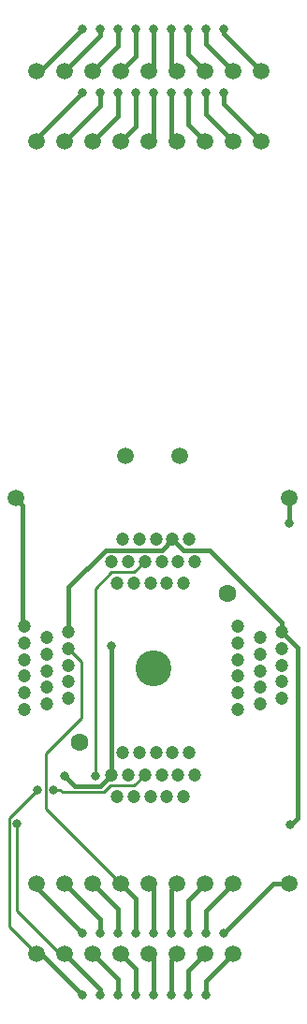
<source format=gbr>
G04 #@! TF.GenerationSoftware,KiCad,Pcbnew,5.0.2-bee76a0~70~ubuntu18.04.1*
G04 #@! TF.CreationDate,2019-05-09T10:06:34+02:00*
G04 #@! TF.ProjectId,stm32f205,73746d33-3266-4323-9035-2e6b69636164,rev?*
G04 #@! TF.SameCoordinates,Original*
G04 #@! TF.FileFunction,Copper,L1,Top*
G04 #@! TF.FilePolarity,Positive*
%FSLAX46Y46*%
G04 Gerber Fmt 4.6, Leading zero omitted, Abs format (unit mm)*
G04 Created by KiCad (PCBNEW 5.0.2-bee76a0~70~ubuntu18.04.1) date jeu. 09 mai 2019 10:06:34 CEST*
%MOMM*%
%LPD*%
G01*
G04 APERTURE LIST*
G04 #@! TA.AperFunction,ComponentPad*
%ADD10C,1.500000*%
G04 #@! TD*
G04 #@! TA.AperFunction,ComponentPad*
%ADD11C,1.200000*%
G04 #@! TD*
G04 #@! TA.AperFunction,ComponentPad*
%ADD12C,3.250000*%
G04 #@! TD*
G04 #@! TA.AperFunction,ComponentPad*
%ADD13C,1.600000*%
G04 #@! TD*
G04 #@! TA.AperFunction,BGAPad,CuDef*
%ADD14C,1.500000*%
G04 #@! TD*
G04 #@! TA.AperFunction,ViaPad*
%ADD15C,0.800000*%
G04 #@! TD*
G04 #@! TA.AperFunction,Conductor*
%ADD16C,0.400000*%
G04 #@! TD*
G04 #@! TA.AperFunction,Conductor*
%ADD17C,0.250000*%
G04 #@! TD*
G04 APERTURE END LIST*
D10*
G04 #@! TO.P,Y1,1*
G04 #@! TO.N,Net-(C2-Pad2)*
X109676018Y-98836028D03*
G04 #@! TO.P,Y1,2*
G04 #@! TO.N,Net-(C3-Pad2)*
X114576018Y-98836028D03*
G04 #@! TD*
D11*
G04 #@! TO.P,U1,16*
G04 #@! TO.N,Net-(U1-Pad16)*
X115901017Y-108361027D03*
G04 #@! TO.P,U1,15*
G04 #@! TO.N,Net-(U1-Pad15)*
X115401017Y-106361027D03*
G04 #@! TO.P,U1,14*
G04 #@! TO.N,Net-(U1-Pad14)*
X114901017Y-110361027D03*
G04 #@! TO.P,U1,11*
G04 #@! TO.N,Net-(U1-Pad11)*
X113401017Y-110361027D03*
G04 #@! TO.P,U1,12*
G04 #@! TO.N,GNDA*
X113901017Y-106361027D03*
G04 #@! TO.P,U1,13*
G04 #@! TO.N,+3V3*
X114401017Y-108361027D03*
G04 #@! TO.P,U1,8*
G04 #@! TO.N,/D3_MCU_PC0*
X111901017Y-110361027D03*
G04 #@! TO.P,U1,10*
G04 #@! TO.N,Net-(U1-Pad10)*
X112901017Y-108361027D03*
G04 #@! TO.P,U1,9*
G04 #@! TO.N,Net-(U1-Pad9)*
X112401017Y-106361027D03*
G04 #@! TO.P,U1,7*
G04 #@! TO.N,/D2_NRST*
X111401017Y-108361027D03*
G04 #@! TO.P,U1,6*
G04 #@! TO.N,Net-(C3-Pad2)*
X110901017Y-106361027D03*
G04 #@! TO.P,U1,5*
G04 #@! TO.N,Net-(C2-Pad2)*
X110401017Y-110361027D03*
G04 #@! TO.P,U1,2*
G04 #@! TO.N,Net-(U1-Pad2)*
X108901017Y-110361027D03*
G04 #@! TO.P,U1,3*
G04 #@! TO.N,Net-(U1-Pad3)*
X109401017Y-106361027D03*
G04 #@! TO.P,U1,4*
G04 #@! TO.N,Net-(U1-Pad4)*
X109901017Y-108361027D03*
G04 #@! TO.P,U1,1*
G04 #@! TO.N,Net-(U1-Pad1)*
X108401017Y-108361027D03*
G04 #@! TO.P,U1,44*
G04 #@! TO.N,Net-(U1-Pad44)*
X110401017Y-129661027D03*
G04 #@! TO.P,U1,38*
G04 #@! TO.N,Net-(U1-Pad38)*
X113401017Y-129661027D03*
G04 #@! TO.P,U1,36*
G04 #@! TO.N,Net-(U1-Pad36)*
X114401017Y-127661027D03*
G04 #@! TO.P,U1,35*
G04 #@! TO.N,Net-(U1-Pad35)*
X114901017Y-129661027D03*
G04 #@! TO.P,U1,43*
G04 #@! TO.N,/D0_MCU_RX*
X110901017Y-125661027D03*
G04 #@! TO.P,U1,42*
G04 #@! TO.N,/D1_MCU_TX*
X111401017Y-127661027D03*
G04 #@! TO.P,U1,34*
G04 #@! TO.N,Net-(U1-Pad34)*
X115401017Y-125661027D03*
G04 #@! TO.P,U1,47*
G04 #@! TO.N,Net-(U1-Pad47)*
X108901017Y-129661027D03*
G04 #@! TO.P,U1,37*
G04 #@! TO.N,Net-(U1-Pad37)*
X113901017Y-125661027D03*
G04 #@! TO.P,U1,39*
G04 #@! TO.N,Net-(U1-Pad39)*
X112901017Y-127661027D03*
G04 #@! TO.P,U1,40*
G04 #@! TO.N,Net-(U1-Pad40)*
X112401017Y-125661027D03*
G04 #@! TO.P,U1,46*
G04 #@! TO.N,Net-(U1-Pad46)*
X109401017Y-125661027D03*
G04 #@! TO.P,U1,48*
G04 #@! TO.N,+3V3*
X108401017Y-127661027D03*
G04 #@! TO.P,U1,33*
G04 #@! TO.N,Net-(U1-Pad33)*
X115901017Y-127661027D03*
G04 #@! TO.P,U1,41*
G04 #@! TO.N,Net-(U1-Pad41)*
X111901017Y-129661027D03*
G04 #@! TO.P,U1,45*
G04 #@! TO.N,Net-(U1-Pad45)*
X109901017Y-127661027D03*
G04 #@! TO.P,U1,17*
G04 #@! TO.N,Net-(U1-Pad17)*
X119801017Y-114261027D03*
G04 #@! TO.P,U1,20*
G04 #@! TO.N,Net-(U1-Pad20)*
X119801017Y-115761027D03*
G04 #@! TO.P,U1,23*
G04 #@! TO.N,Net-(U1-Pad23)*
X119801017Y-117261027D03*
G04 #@! TO.P,U1,26*
G04 #@! TO.N,Net-(U1-Pad26)*
X119801017Y-118761027D03*
G04 #@! TO.P,U1,29*
G04 #@! TO.N,Net-(U1-Pad29)*
X119801017Y-120261027D03*
G04 #@! TO.P,U1,32*
G04 #@! TO.N,+3V3*
X119801017Y-121761027D03*
G04 #@! TO.P,U1,28*
G04 #@! TO.N,/D7_BOOT1*
X121801017Y-119761027D03*
G04 #@! TO.P,U1,19*
G04 #@! TO.N,+3V3*
X121801017Y-115261027D03*
G04 #@! TO.P,U1,25*
G04 #@! TO.N,Net-(U1-Pad25)*
X121801017Y-118261027D03*
G04 #@! TO.P,U1,22*
G04 #@! TO.N,Net-(U1-Pad22)*
X121801017Y-116761027D03*
G04 #@! TO.P,U1,31*
G04 #@! TO.N,Net-(U1-Pad31)*
X121801017Y-121261027D03*
G04 #@! TO.P,U1,18*
G04 #@! TO.N,GNDA*
X123801017Y-114761027D03*
G04 #@! TO.P,U1,24*
G04 #@! TO.N,Net-(U1-Pad24)*
X123801017Y-117761027D03*
G04 #@! TO.P,U1,21*
G04 #@! TO.N,Net-(U1-Pad21)*
X123801017Y-116261027D03*
G04 #@! TO.P,U1,30*
G04 #@! TO.N,Net-(U1-Pad30)*
X123801017Y-120761027D03*
G04 #@! TO.P,U1,27*
G04 #@! TO.N,Net-(U1-Pad27)*
X123801017Y-119261027D03*
G04 #@! TO.P,U1,55*
G04 #@! TO.N,Net-(U1-Pad55)*
X100501017Y-118761027D03*
G04 #@! TO.P,U1,60*
G04 #@! TO.N,/D6_BOOT0*
X104501017Y-116261027D03*
G04 #@! TO.P,U1,51*
G04 #@! TO.N,Net-(U1-Pad51)*
X104501017Y-120761027D03*
G04 #@! TO.P,U1,54*
G04 #@! TO.N,Net-(U1-Pad54)*
X104501017Y-119261027D03*
G04 #@! TO.P,U1,49*
G04 #@! TO.N,Net-(U1-Pad49)*
X100501017Y-121761027D03*
G04 #@! TO.P,U1,64*
G04 #@! TO.N,+3V3*
X100501017Y-114261027D03*
G04 #@! TO.P,U1,58*
G04 #@! TO.N,Net-(U1-Pad58)*
X100501017Y-117261027D03*
G04 #@! TO.P,U1,61*
G04 #@! TO.N,Net-(U1-Pad61)*
X100501017Y-115761027D03*
G04 #@! TO.P,U1,63*
G04 #@! TO.N,GNDA*
X104501017Y-114761027D03*
G04 #@! TO.P,U1,57*
G04 #@! TO.N,Net-(U1-Pad57)*
X104501017Y-117761027D03*
G04 #@! TO.P,U1,62*
G04 #@! TO.N,Net-(U1-Pad62)*
X102501017Y-115261027D03*
G04 #@! TO.P,U1,56*
G04 #@! TO.N,Net-(U1-Pad56)*
X102501017Y-118261027D03*
G04 #@! TO.P,U1,59*
G04 #@! TO.N,Net-(U1-Pad59)*
X102501017Y-116761027D03*
G04 #@! TO.P,U1,50*
G04 #@! TO.N,Net-(U1-Pad50)*
X102501017Y-121261027D03*
G04 #@! TO.P,U1,52*
G04 #@! TO.N,Net-(U1-Pad52)*
X100501017Y-120261027D03*
G04 #@! TO.P,U1,53*
G04 #@! TO.N,Net-(U1-Pad53)*
X102501017Y-119761027D03*
D12*
G04 #@! TO.P,U1,~*
G04 #@! TO.N,N/C*
X112151017Y-118011027D03*
D13*
X105451017Y-124711027D03*
X118851017Y-111311027D03*
G04 #@! TD*
D14*
G04 #@! TO.P,TP38,1*
G04 #@! TO.N,Net-(P2-Pad19)*
X111760000Y-70358000D03*
G04 #@! TD*
G04 #@! TO.P,TP50,1*
G04 #@! TO.N,Net-(P2-Pad32)*
X104140000Y-64008000D03*
G04 #@! TD*
G04 #@! TO.P,TP49,1*
G04 #@! TO.N,Net-(P2-Pad28)*
X106680000Y-64008000D03*
G04 #@! TD*
G04 #@! TO.P,TP48,1*
G04 #@! TO.N,Net-(P2-Pad24)*
X109220000Y-64008000D03*
G04 #@! TD*
G04 #@! TO.P,TP47,1*
G04 #@! TO.N,Net-(P2-Pad20)*
X111760000Y-64008000D03*
G04 #@! TD*
G04 #@! TO.P,TP46,1*
G04 #@! TO.N,Net-(P2-Pad16)*
X114300000Y-64008000D03*
G04 #@! TD*
G04 #@! TO.P,TP45,1*
G04 #@! TO.N,Net-(P2-Pad12)*
X116840000Y-64008000D03*
G04 #@! TD*
G04 #@! TO.P,TP44,1*
G04 #@! TO.N,Net-(P2-Pad8)*
X119380000Y-64008000D03*
G04 #@! TD*
G04 #@! TO.P,TP43,1*
G04 #@! TO.N,Net-(P2-Pad4)*
X121920000Y-64008000D03*
G04 #@! TD*
G04 #@! TO.P,TP42,1*
G04 #@! TO.N,Net-(P2-Pad35)*
X101600000Y-70358000D03*
G04 #@! TD*
G04 #@! TO.P,TP41,1*
G04 #@! TO.N,Net-(P2-Pad31)*
X104140000Y-70358000D03*
G04 #@! TD*
G04 #@! TO.P,TP40,1*
G04 #@! TO.N,Net-(P2-Pad27)*
X106680000Y-70358000D03*
G04 #@! TD*
G04 #@! TO.P,TP39,1*
G04 #@! TO.N,Net-(P2-Pad23)*
X109220000Y-70358000D03*
G04 #@! TD*
G04 #@! TO.P,TP37,1*
G04 #@! TO.N,Net-(P2-Pad15)*
X114300000Y-70358000D03*
G04 #@! TD*
G04 #@! TO.P,TP36,1*
G04 #@! TO.N,Net-(P2-Pad11)*
X116840000Y-70358000D03*
G04 #@! TD*
G04 #@! TO.P,TP35,1*
G04 #@! TO.N,Net-(P2-Pad7)*
X119380000Y-70358000D03*
G04 #@! TD*
G04 #@! TO.P,TP34,1*
G04 #@! TO.N,Net-(P2-Pad3)*
X121920000Y-70358000D03*
G04 #@! TD*
G04 #@! TO.P,TP51,1*
G04 #@! TO.N,Net-(P2-Pad36)*
X101600000Y-64008000D03*
G04 #@! TD*
G04 #@! TO.P,TP26,1*
G04 #@! TO.N,+3V3*
X99706017Y-102651027D03*
G04 #@! TD*
G04 #@! TO.P,TP18,1*
G04 #@! TO.N,GNDA*
X124460000Y-102651027D03*
G04 #@! TD*
G04 #@! TO.P,TP17,1*
G04 #@! TO.N,/D0_MCU_RX*
X101600000Y-137541000D03*
G04 #@! TD*
G04 #@! TO.P,TP16,1*
G04 #@! TO.N,/D2_NRST*
X104140000Y-137541000D03*
G04 #@! TD*
G04 #@! TO.P,TP15,1*
G04 #@! TO.N,Net-(P1-Pad28)*
X106680000Y-137541000D03*
G04 #@! TD*
G04 #@! TO.P,TP14,1*
G04 #@! TO.N,/D6_BOOT0*
X109220000Y-137541000D03*
G04 #@! TD*
G04 #@! TO.P,TP13,1*
G04 #@! TO.N,Net-(P1-Pad20)*
X111760000Y-137541000D03*
G04 #@! TD*
G04 #@! TO.P,TP12,1*
G04 #@! TO.N,Net-(P1-Pad16)*
X114300000Y-137541000D03*
G04 #@! TD*
G04 #@! TO.P,TP11,1*
G04 #@! TO.N,Net-(P1-Pad12)*
X116840000Y-137541000D03*
G04 #@! TD*
G04 #@! TO.P,TP10,1*
G04 #@! TO.N,Net-(P1-Pad8)*
X119380000Y-137541000D03*
G04 #@! TD*
G04 #@! TO.P,TP9,1*
G04 #@! TO.N,/D1_MCU_TX*
X101600000Y-143891000D03*
G04 #@! TD*
G04 #@! TO.P,TP8,1*
G04 #@! TO.N,/D3_MCU_PC0*
X104140000Y-143891000D03*
G04 #@! TD*
G04 #@! TO.P,TP7,1*
G04 #@! TO.N,Net-(P1-Pad27)*
X106680000Y-143891000D03*
G04 #@! TD*
G04 #@! TO.P,TP6,1*
G04 #@! TO.N,/D7_BOOT1*
X109220000Y-143891000D03*
G04 #@! TD*
G04 #@! TO.P,TP5,1*
G04 #@! TO.N,Net-(P1-Pad19)*
X111760000Y-143891000D03*
G04 #@! TD*
G04 #@! TO.P,TP4,1*
G04 #@! TO.N,Net-(P1-Pad15)*
X114300000Y-143891000D03*
G04 #@! TD*
G04 #@! TO.P,TP3,1*
G04 #@! TO.N,Net-(P1-Pad11)*
X116840000Y-143891000D03*
G04 #@! TD*
G04 #@! TO.P,TP2,1*
G04 #@! TO.N,Net-(P1-Pad7)*
X119380000Y-143891000D03*
G04 #@! TD*
G04 #@! TO.P,TP1,1*
G04 #@! TO.N,Net-(P1-Pad4)*
X124460000Y-137541000D03*
G04 #@! TD*
D15*
G04 #@! TO.N,GNDA*
X124551017Y-132211027D03*
X124451017Y-104911027D03*
G04 #@! TO.N,Net-(P1-Pad7)*
X116951017Y-147611027D03*
G04 #@! TO.N,Net-(P1-Pad19)*
X112151017Y-147611027D03*
G04 #@! TO.N,Net-(P1-Pad11)*
X115351017Y-147611027D03*
G04 #@! TO.N,Net-(P1-Pad15)*
X113751017Y-147611027D03*
G04 #@! TO.N,Net-(P1-Pad27)*
X108951017Y-147611027D03*
G04 #@! TO.N,Net-(P1-Pad28)*
X108951017Y-142011027D03*
G04 #@! TO.N,Net-(P1-Pad8)*
X116951017Y-142011027D03*
G04 #@! TO.N,Net-(P1-Pad4)*
X118551017Y-142011027D03*
G04 #@! TO.N,Net-(P1-Pad16)*
X113751017Y-142011027D03*
G04 #@! TO.N,Net-(P1-Pad12)*
X115351017Y-142011027D03*
G04 #@! TO.N,Net-(P1-Pad20)*
X112151017Y-142011027D03*
G04 #@! TO.N,+3V3*
X104151017Y-127761027D03*
X108401035Y-116011027D03*
G04 #@! TO.N,Net-(P2-Pad36)*
X105751017Y-60211027D03*
G04 #@! TO.N,Net-(P2-Pad32)*
X107351017Y-60211027D03*
G04 #@! TO.N,Net-(P2-Pad35)*
X105751017Y-66011027D03*
G04 #@! TO.N,Net-(P2-Pad31)*
X107351017Y-66011027D03*
G04 #@! TO.N,Net-(P2-Pad20)*
X112151017Y-60211027D03*
G04 #@! TO.N,Net-(P2-Pad24)*
X110551017Y-60211027D03*
G04 #@! TO.N,Net-(P2-Pad12)*
X115351017Y-60211027D03*
G04 #@! TO.N,Net-(P2-Pad16)*
X113751017Y-60211027D03*
G04 #@! TO.N,Net-(P2-Pad4)*
X118551017Y-60211027D03*
G04 #@! TO.N,Net-(P2-Pad8)*
X116951017Y-60211027D03*
G04 #@! TO.N,Net-(P2-Pad28)*
X108951017Y-60211027D03*
G04 #@! TO.N,Net-(P2-Pad27)*
X108951017Y-66011027D03*
G04 #@! TO.N,Net-(P2-Pad23)*
X110551017Y-66011027D03*
G04 #@! TO.N,Net-(P2-Pad15)*
X113751017Y-66011027D03*
G04 #@! TO.N,Net-(P2-Pad11)*
X115351017Y-66011027D03*
G04 #@! TO.N,Net-(P2-Pad19)*
X112151017Y-66011027D03*
G04 #@! TO.N,Net-(P2-Pad7)*
X116951017Y-66011027D03*
G04 #@! TO.N,Net-(P2-Pad3)*
X118551017Y-66011027D03*
G04 #@! TO.N,/D0_MCU_RX*
X105751017Y-142011027D03*
G04 #@! TO.N,/D2_NRST*
X107351017Y-142011027D03*
X106901017Y-127761027D03*
G04 #@! TO.N,/D1_MCU_TX*
X105751017Y-147611027D03*
X103151017Y-129011027D03*
X101651017Y-129011027D03*
G04 #@! TO.N,/D3_MCU_PC0*
X107351017Y-147611027D03*
X99851017Y-132111027D03*
G04 #@! TO.N,/D6_BOOT0*
X110551017Y-142011027D03*
G04 #@! TO.N,/D7_BOOT1*
X110551017Y-147611027D03*
G04 #@! TD*
D16*
G04 #@! TO.N,GNDA*
X124460000Y-132120010D02*
X124551017Y-132211027D01*
X125209999Y-131552045D02*
X124951016Y-131811028D01*
X125209999Y-116170009D02*
X125209999Y-131552045D01*
X124951016Y-131811028D02*
X124551017Y-132211027D01*
X123801017Y-114761027D02*
X125209999Y-116170009D01*
D17*
X113301018Y-106961026D02*
X113901017Y-106361027D01*
D16*
X112901017Y-107361027D02*
X113901017Y-106361027D01*
X107851017Y-107361027D02*
X112901017Y-107361027D01*
X104501017Y-114761027D02*
X104501017Y-110711027D01*
X104501017Y-110711027D02*
X107851017Y-107361027D01*
X117249545Y-107361027D02*
X123801017Y-113912499D01*
X123801017Y-113912499D02*
X123801017Y-114761027D01*
X113901017Y-106361027D02*
X114901017Y-107361027D01*
X114901017Y-107361027D02*
X117249545Y-107361027D01*
X124460000Y-102651027D02*
X124460000Y-104902044D01*
X124460000Y-104902044D02*
X124451017Y-104911027D01*
G04 #@! TO.N,Net-(P1-Pad7)*
X116951017Y-146319983D02*
X119380000Y-143891000D01*
X116951017Y-147611027D02*
X116951017Y-146319983D01*
G04 #@! TO.N,Net-(P1-Pad19)*
X112151017Y-144282017D02*
X111760000Y-143891000D01*
X112151017Y-147611027D02*
X112151017Y-144282017D01*
G04 #@! TO.N,Net-(P1-Pad11)*
X115351017Y-145379983D02*
X116840000Y-143891000D01*
X115351017Y-147611027D02*
X115351017Y-145379983D01*
G04 #@! TO.N,Net-(P1-Pad15)*
X113751017Y-144439983D02*
X114300000Y-143891000D01*
X113751017Y-147611027D02*
X113751017Y-144439983D01*
G04 #@! TO.N,Net-(P1-Pad27)*
X108951017Y-146162017D02*
X106680000Y-143891000D01*
X108951017Y-147611027D02*
X108951017Y-146162017D01*
G04 #@! TO.N,Net-(P1-Pad28)*
X108951017Y-139812017D02*
X106680000Y-137541000D01*
X108951017Y-142011027D02*
X108951017Y-139812017D01*
G04 #@! TO.N,Net-(P1-Pad8)*
X116951017Y-139969983D02*
X119380000Y-137541000D01*
X116951017Y-142011027D02*
X116951017Y-139969983D01*
G04 #@! TO.N,Net-(P1-Pad4)*
X123021044Y-137541000D02*
X124460000Y-137541000D01*
X118551017Y-142011027D02*
X123021044Y-137541000D01*
G04 #@! TO.N,Net-(P1-Pad16)*
X113751017Y-138089983D02*
X114300000Y-137541000D01*
X113751017Y-142011027D02*
X113751017Y-138089983D01*
G04 #@! TO.N,Net-(P1-Pad12)*
X115351017Y-139029983D02*
X116840000Y-137541000D01*
X115351017Y-142011027D02*
X115351017Y-139029983D01*
G04 #@! TO.N,Net-(P1-Pad20)*
X112151017Y-137932017D02*
X111760000Y-137541000D01*
X112151017Y-142011027D02*
X112151017Y-137932017D01*
G04 #@! TO.N,+3V3*
X108401017Y-116011045D02*
X108401035Y-116011027D01*
X108401017Y-127661027D02*
X108401017Y-116011045D01*
X100351017Y-114111027D02*
X100501017Y-114261027D01*
X99706017Y-102651027D02*
X100351017Y-103296027D01*
X100351017Y-103296027D02*
X100351017Y-114111027D01*
X104551016Y-128161026D02*
X104151017Y-127761027D01*
X105101017Y-128711027D02*
X104551016Y-128161026D01*
X108401017Y-127661027D02*
X107351017Y-128711027D01*
X107351017Y-128711027D02*
X105101017Y-128711027D01*
G04 #@! TO.N,Net-(P2-Pad36)*
X101954044Y-64008000D02*
X101600000Y-64008000D01*
X105751017Y-60211027D02*
X101954044Y-64008000D01*
G04 #@! TO.N,Net-(P2-Pad32)*
X107351017Y-60796983D02*
X104140000Y-64008000D01*
X107351017Y-60211027D02*
X107351017Y-60796983D01*
G04 #@! TO.N,Net-(P2-Pad35)*
X101600000Y-70162044D02*
X101600000Y-70358000D01*
X105751017Y-66011027D02*
X101600000Y-70162044D01*
G04 #@! TO.N,Net-(P2-Pad31)*
X107351017Y-67146983D02*
X104140000Y-70358000D01*
X107351017Y-66011027D02*
X107351017Y-67146983D01*
G04 #@! TO.N,Net-(P2-Pad20)*
X112151017Y-63616983D02*
X111760000Y-64008000D01*
X112151017Y-60211027D02*
X112151017Y-63616983D01*
G04 #@! TO.N,Net-(P2-Pad24)*
X110551017Y-62676983D02*
X109220000Y-64008000D01*
X110551017Y-60211027D02*
X110551017Y-62676983D01*
G04 #@! TO.N,Net-(P2-Pad12)*
X115351017Y-62519017D02*
X116840000Y-64008000D01*
X115351017Y-60211027D02*
X115351017Y-62519017D01*
G04 #@! TO.N,Net-(P2-Pad16)*
X113751017Y-63459017D02*
X114300000Y-64008000D01*
X113751017Y-60211027D02*
X113751017Y-63459017D01*
G04 #@! TO.N,Net-(P2-Pad4)*
X118551017Y-60639017D02*
X118551017Y-60211027D01*
X121920000Y-64008000D02*
X118551017Y-60639017D01*
G04 #@! TO.N,Net-(P2-Pad8)*
X116951017Y-61579017D02*
X119380000Y-64008000D01*
X116951017Y-60211027D02*
X116951017Y-61579017D01*
G04 #@! TO.N,Net-(P2-Pad28)*
X108951017Y-61736983D02*
X106680000Y-64008000D01*
X108951017Y-60211027D02*
X108951017Y-61736983D01*
G04 #@! TO.N,Net-(P2-Pad27)*
X108951017Y-68086983D02*
X106680000Y-70358000D01*
X108951017Y-66011027D02*
X108951017Y-68086983D01*
G04 #@! TO.N,Net-(P2-Pad23)*
X110551017Y-69026983D02*
X109220000Y-70358000D01*
X110551017Y-66011027D02*
X110551017Y-69026983D01*
G04 #@! TO.N,Net-(P2-Pad15)*
X113751017Y-69809017D02*
X114300000Y-70358000D01*
X113751017Y-66011027D02*
X113751017Y-69809017D01*
G04 #@! TO.N,Net-(P2-Pad11)*
X115351017Y-68869017D02*
X116840000Y-70358000D01*
X115351017Y-66011027D02*
X115351017Y-68869017D01*
G04 #@! TO.N,Net-(P2-Pad19)*
X112151017Y-69966983D02*
X111760000Y-70358000D01*
X112151017Y-66011027D02*
X112151017Y-69966983D01*
G04 #@! TO.N,Net-(P2-Pad7)*
X116951017Y-67929017D02*
X119380000Y-70358000D01*
X116951017Y-66011027D02*
X116951017Y-67929017D01*
G04 #@! TO.N,Net-(P2-Pad3)*
X118551017Y-66989017D02*
X121920000Y-70358000D01*
X118551017Y-66011027D02*
X118551017Y-66989017D01*
G04 #@! TO.N,/D0_MCU_RX*
X101600000Y-137860010D02*
X101600000Y-137541000D01*
X105751017Y-142011027D02*
X101600000Y-137860010D01*
G04 #@! TO.N,/D2_NRST*
X107351017Y-140752017D02*
X104140000Y-137541000D01*
X107351017Y-142011027D02*
X107351017Y-140752017D01*
D17*
X106901017Y-127195342D02*
X106901017Y-127761027D01*
X106901017Y-110811027D02*
X106901017Y-127195342D01*
X108351017Y-109361027D02*
X106901017Y-110811027D01*
X111401017Y-108361027D02*
X110401017Y-109361027D01*
X110401017Y-109361027D02*
X108351017Y-109361027D01*
D16*
G04 #@! TO.N,/D1_MCU_TX*
X102030990Y-143891000D02*
X101600000Y-143891000D01*
X105751017Y-147611027D02*
X102030990Y-143891000D01*
D17*
X99101017Y-131561027D02*
X101651017Y-129011027D01*
X101600000Y-143891000D02*
X99101017Y-141392017D01*
X99101017Y-141392017D02*
X99101017Y-131561027D01*
X103716702Y-129011027D02*
X103151017Y-129011027D01*
X103966702Y-129261027D02*
X103716702Y-129011027D01*
X107701017Y-129261027D02*
X103966702Y-129261027D01*
X108301017Y-128661027D02*
X107701017Y-129261027D01*
X111401017Y-127661027D02*
X110401017Y-128661027D01*
X110401017Y-128661027D02*
X108301017Y-128661027D01*
D16*
G04 #@! TO.N,/D3_MCU_PC0*
X107351017Y-147102017D02*
X107351017Y-147611027D01*
X104140000Y-143891000D02*
X107351017Y-147102017D01*
D17*
X104140000Y-143891000D02*
X103730990Y-143891000D01*
X103730990Y-143891000D02*
X99851017Y-140011027D01*
X99851017Y-140011027D02*
X99851017Y-132111027D01*
D16*
G04 #@! TO.N,/D6_BOOT0*
X110551017Y-138872017D02*
X109220000Y-137541000D01*
X110551017Y-142011027D02*
X110551017Y-138872017D01*
D17*
X108470001Y-136791001D02*
X109220000Y-137541000D01*
X102401017Y-130722017D02*
X108470001Y-136791001D01*
X102401017Y-125761027D02*
X102401017Y-130722017D01*
X105651017Y-122511027D02*
X102401017Y-125761027D01*
X104501017Y-116261027D02*
X105651017Y-117411027D01*
X105651017Y-117411027D02*
X105651017Y-122511027D01*
D16*
G04 #@! TO.N,/D7_BOOT1*
X110551017Y-145222017D02*
X109220000Y-143891000D01*
X110551017Y-147611027D02*
X110551017Y-145222017D01*
G04 #@! TD*
M02*

</source>
